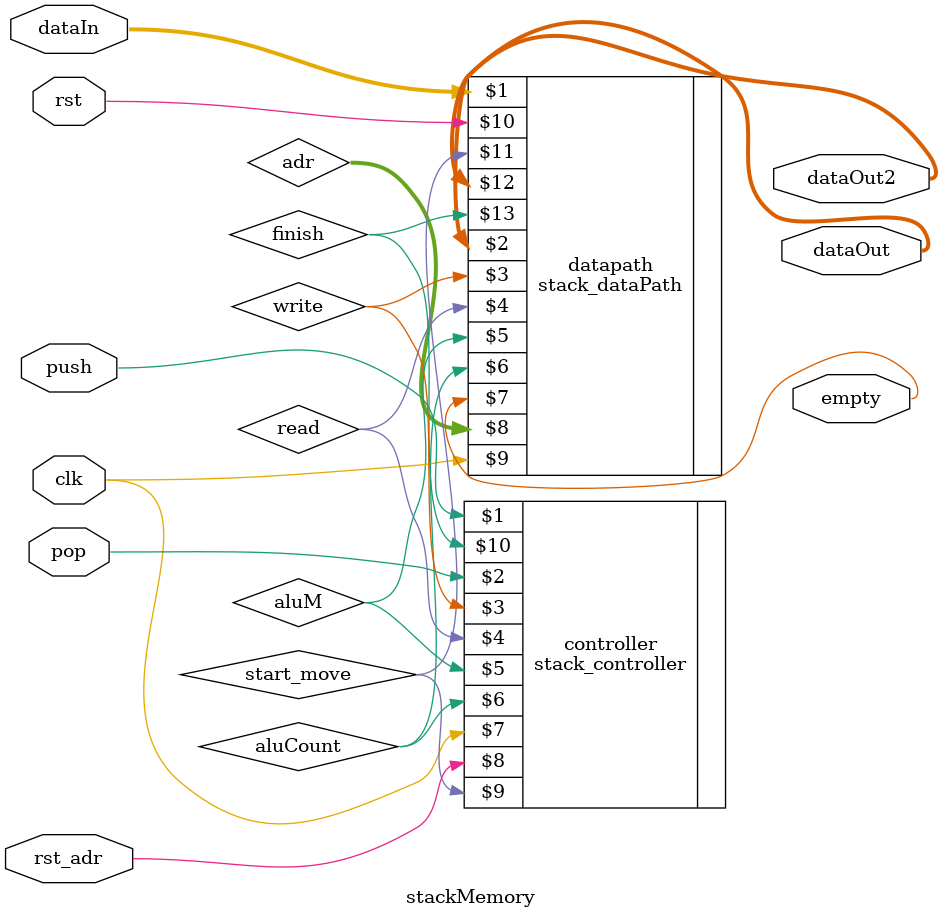
<source format=v>
module stackMemory(dataIn,dataOut,push,pop,empty,clk,rst,rst_adr,dataOut2);
	parameter N = 2 , size=16;

	input push,pop,clk,rst,rst_adr;
	input [N-1:0] dataIn;
	wire [0:size-1] adr;
	//wire [0:size-1] adr2;
	output [N-1:0] dataOut;
	output [N-1:0] dataOut2;//
	output empty;
	wire write,read,aluM,aluCount , start_move , finish;
	stack_dataPath datapath(dataIn,dataOut,write,read,aluM,aluCount,empty,adr,clk,rst, start_move, dataOut2 , finish);
	stack_controller controller(push,pop,write,read,aluM,aluCount,clk,rst_adr,start_move,finish);
endmodule
</source>
